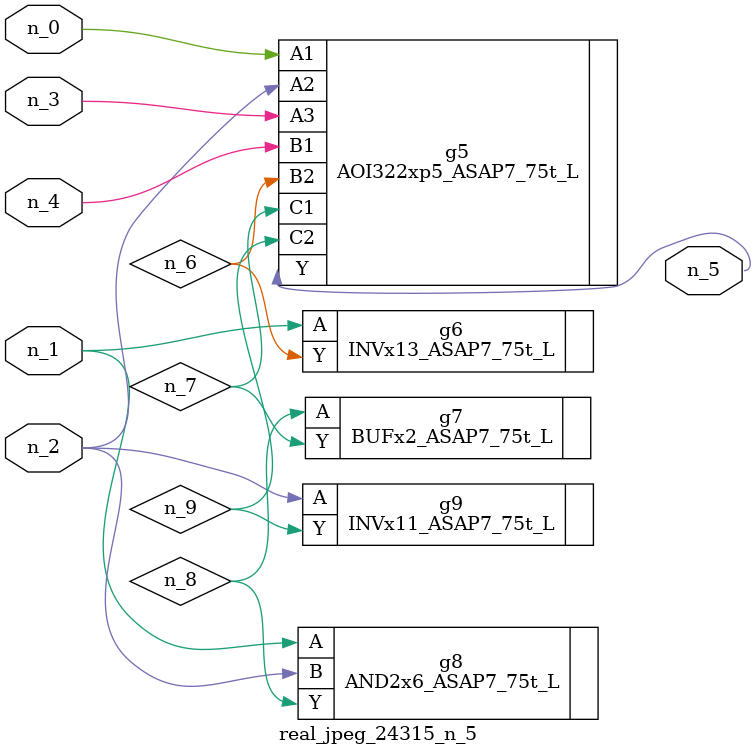
<source format=v>
module real_jpeg_24315_n_5 (n_4, n_0, n_1, n_2, n_3, n_5);

input n_4;
input n_0;
input n_1;
input n_2;
input n_3;

output n_5;

wire n_8;
wire n_6;
wire n_7;
wire n_9;

AOI322xp5_ASAP7_75t_L g5 ( 
.A1(n_0),
.A2(n_2),
.A3(n_3),
.B1(n_4),
.B2(n_6),
.C1(n_7),
.C2(n_9),
.Y(n_5)
);

INVx13_ASAP7_75t_L g6 ( 
.A(n_1),
.Y(n_6)
);

AND2x6_ASAP7_75t_L g8 ( 
.A(n_1),
.B(n_2),
.Y(n_8)
);

INVx11_ASAP7_75t_L g9 ( 
.A(n_2),
.Y(n_9)
);

BUFx2_ASAP7_75t_L g7 ( 
.A(n_8),
.Y(n_7)
);


endmodule
</source>
